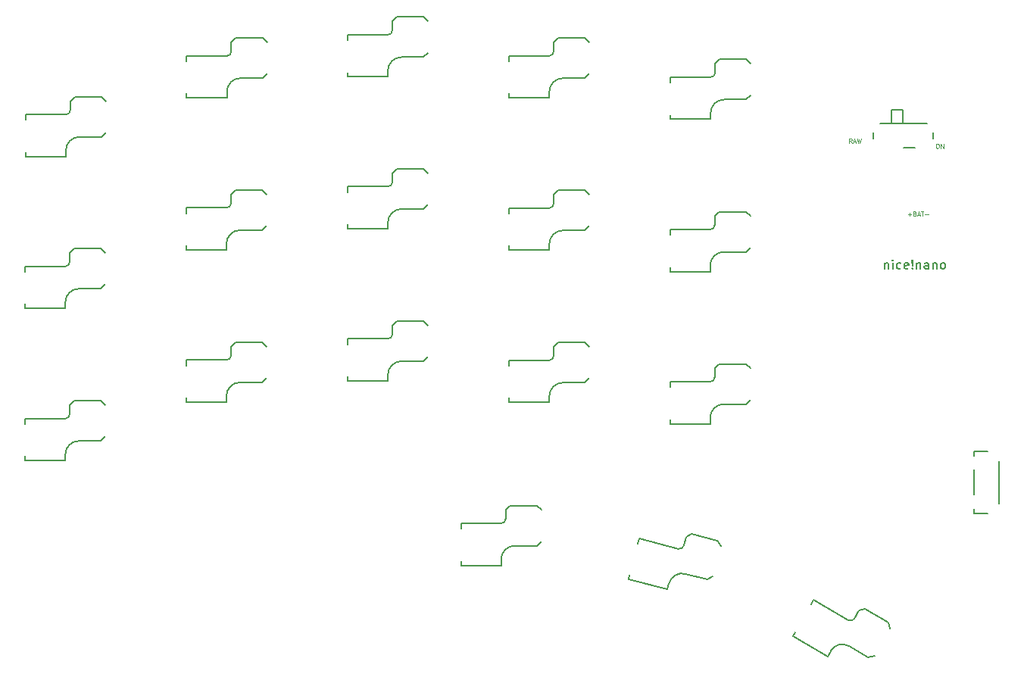
<source format=gbr>
%TF.GenerationSoftware,KiCad,Pcbnew,8.0.4*%
%TF.CreationDate,2024-09-02T16:48:55+07:00*%
%TF.ProjectId,cc36-rounded,63633336-2d72-46f7-956e-6465642e6b69,rev?*%
%TF.SameCoordinates,Original*%
%TF.FileFunction,Legend,Top*%
%TF.FilePolarity,Positive*%
%FSLAX46Y46*%
G04 Gerber Fmt 4.6, Leading zero omitted, Abs format (unit mm)*
G04 Created by KiCad (PCBNEW 8.0.4) date 2024-09-02 16:48:55*
%MOMM*%
%LPD*%
G01*
G04 APERTURE LIST*
%ADD10C,0.125000*%
%ADD11C,0.200000*%
%ADD12C,0.150000*%
%ADD13C,0.127000*%
G04 APERTURE END LIST*
D10*
X180796521Y-62624809D02*
X180891759Y-62624809D01*
X180891759Y-62624809D02*
X180939378Y-62648619D01*
X180939378Y-62648619D02*
X180986997Y-62696238D01*
X180986997Y-62696238D02*
X181010807Y-62791476D01*
X181010807Y-62791476D02*
X181010807Y-62958142D01*
X181010807Y-62958142D02*
X180986997Y-63053380D01*
X180986997Y-63053380D02*
X180939378Y-63101000D01*
X180939378Y-63101000D02*
X180891759Y-63124809D01*
X180891759Y-63124809D02*
X180796521Y-63124809D01*
X180796521Y-63124809D02*
X180748902Y-63101000D01*
X180748902Y-63101000D02*
X180701283Y-63053380D01*
X180701283Y-63053380D02*
X180677474Y-62958142D01*
X180677474Y-62958142D02*
X180677474Y-62791476D01*
X180677474Y-62791476D02*
X180701283Y-62696238D01*
X180701283Y-62696238D02*
X180748902Y-62648619D01*
X180748902Y-62648619D02*
X180796521Y-62624809D01*
X181225093Y-63124809D02*
X181225093Y-62624809D01*
X181225093Y-62624809D02*
X181510807Y-63124809D01*
X181510807Y-63124809D02*
X181510807Y-62624809D01*
X177525238Y-70544333D02*
X177906191Y-70544333D01*
X177715714Y-70734809D02*
X177715714Y-70353857D01*
X178310953Y-70472904D02*
X178382381Y-70496714D01*
X178382381Y-70496714D02*
X178406191Y-70520523D01*
X178406191Y-70520523D02*
X178430000Y-70568142D01*
X178430000Y-70568142D02*
X178430000Y-70639571D01*
X178430000Y-70639571D02*
X178406191Y-70687190D01*
X178406191Y-70687190D02*
X178382381Y-70711000D01*
X178382381Y-70711000D02*
X178334762Y-70734809D01*
X178334762Y-70734809D02*
X178144286Y-70734809D01*
X178144286Y-70734809D02*
X178144286Y-70234809D01*
X178144286Y-70234809D02*
X178310953Y-70234809D01*
X178310953Y-70234809D02*
X178358572Y-70258619D01*
X178358572Y-70258619D02*
X178382381Y-70282428D01*
X178382381Y-70282428D02*
X178406191Y-70330047D01*
X178406191Y-70330047D02*
X178406191Y-70377666D01*
X178406191Y-70377666D02*
X178382381Y-70425285D01*
X178382381Y-70425285D02*
X178358572Y-70449095D01*
X178358572Y-70449095D02*
X178310953Y-70472904D01*
X178310953Y-70472904D02*
X178144286Y-70472904D01*
X178620477Y-70591952D02*
X178858572Y-70591952D01*
X178572858Y-70734809D02*
X178739524Y-70234809D01*
X178739524Y-70234809D02*
X178906191Y-70734809D01*
X179001429Y-70234809D02*
X179287143Y-70234809D01*
X179144286Y-70734809D02*
X179144286Y-70234809D01*
X179453809Y-70544333D02*
X179834762Y-70544333D01*
D11*
X174942857Y-75965552D02*
X174942857Y-76632219D01*
X174942857Y-76060790D02*
X174990476Y-76013171D01*
X174990476Y-76013171D02*
X175085714Y-75965552D01*
X175085714Y-75965552D02*
X175228571Y-75965552D01*
X175228571Y-75965552D02*
X175323809Y-76013171D01*
X175323809Y-76013171D02*
X175371428Y-76108409D01*
X175371428Y-76108409D02*
X175371428Y-76632219D01*
X175847619Y-76632219D02*
X175847619Y-75965552D01*
X175847619Y-75632219D02*
X175800000Y-75679838D01*
X175800000Y-75679838D02*
X175847619Y-75727457D01*
X175847619Y-75727457D02*
X175895238Y-75679838D01*
X175895238Y-75679838D02*
X175847619Y-75632219D01*
X175847619Y-75632219D02*
X175847619Y-75727457D01*
X176752380Y-76584600D02*
X176657142Y-76632219D01*
X176657142Y-76632219D02*
X176466666Y-76632219D01*
X176466666Y-76632219D02*
X176371428Y-76584600D01*
X176371428Y-76584600D02*
X176323809Y-76536980D01*
X176323809Y-76536980D02*
X176276190Y-76441742D01*
X176276190Y-76441742D02*
X176276190Y-76156028D01*
X176276190Y-76156028D02*
X176323809Y-76060790D01*
X176323809Y-76060790D02*
X176371428Y-76013171D01*
X176371428Y-76013171D02*
X176466666Y-75965552D01*
X176466666Y-75965552D02*
X176657142Y-75965552D01*
X176657142Y-75965552D02*
X176752380Y-76013171D01*
X177561904Y-76584600D02*
X177466666Y-76632219D01*
X177466666Y-76632219D02*
X177276190Y-76632219D01*
X177276190Y-76632219D02*
X177180952Y-76584600D01*
X177180952Y-76584600D02*
X177133333Y-76489361D01*
X177133333Y-76489361D02*
X177133333Y-76108409D01*
X177133333Y-76108409D02*
X177180952Y-76013171D01*
X177180952Y-76013171D02*
X177276190Y-75965552D01*
X177276190Y-75965552D02*
X177466666Y-75965552D01*
X177466666Y-75965552D02*
X177561904Y-76013171D01*
X177561904Y-76013171D02*
X177609523Y-76108409D01*
X177609523Y-76108409D02*
X177609523Y-76203647D01*
X177609523Y-76203647D02*
X177133333Y-76298885D01*
X178038095Y-76536980D02*
X178085714Y-76584600D01*
X178085714Y-76584600D02*
X178038095Y-76632219D01*
X178038095Y-76632219D02*
X177990476Y-76584600D01*
X177990476Y-76584600D02*
X178038095Y-76536980D01*
X178038095Y-76536980D02*
X178038095Y-76632219D01*
X178038095Y-76251266D02*
X177990476Y-75679838D01*
X177990476Y-75679838D02*
X178038095Y-75632219D01*
X178038095Y-75632219D02*
X178085714Y-75679838D01*
X178085714Y-75679838D02*
X178038095Y-76251266D01*
X178038095Y-76251266D02*
X178038095Y-75632219D01*
X178514285Y-75965552D02*
X178514285Y-76632219D01*
X178514285Y-76060790D02*
X178561904Y-76013171D01*
X178561904Y-76013171D02*
X178657142Y-75965552D01*
X178657142Y-75965552D02*
X178799999Y-75965552D01*
X178799999Y-75965552D02*
X178895237Y-76013171D01*
X178895237Y-76013171D02*
X178942856Y-76108409D01*
X178942856Y-76108409D02*
X178942856Y-76632219D01*
X179847618Y-76632219D02*
X179847618Y-76108409D01*
X179847618Y-76108409D02*
X179799999Y-76013171D01*
X179799999Y-76013171D02*
X179704761Y-75965552D01*
X179704761Y-75965552D02*
X179514285Y-75965552D01*
X179514285Y-75965552D02*
X179419047Y-76013171D01*
X179847618Y-76584600D02*
X179752380Y-76632219D01*
X179752380Y-76632219D02*
X179514285Y-76632219D01*
X179514285Y-76632219D02*
X179419047Y-76584600D01*
X179419047Y-76584600D02*
X179371428Y-76489361D01*
X179371428Y-76489361D02*
X179371428Y-76394123D01*
X179371428Y-76394123D02*
X179419047Y-76298885D01*
X179419047Y-76298885D02*
X179514285Y-76251266D01*
X179514285Y-76251266D02*
X179752380Y-76251266D01*
X179752380Y-76251266D02*
X179847618Y-76203647D01*
X180323809Y-75965552D02*
X180323809Y-76632219D01*
X180323809Y-76060790D02*
X180371428Y-76013171D01*
X180371428Y-76013171D02*
X180466666Y-75965552D01*
X180466666Y-75965552D02*
X180609523Y-75965552D01*
X180609523Y-75965552D02*
X180704761Y-76013171D01*
X180704761Y-76013171D02*
X180752380Y-76108409D01*
X180752380Y-76108409D02*
X180752380Y-76632219D01*
X181371428Y-76632219D02*
X181276190Y-76584600D01*
X181276190Y-76584600D02*
X181228571Y-76536980D01*
X181228571Y-76536980D02*
X181180952Y-76441742D01*
X181180952Y-76441742D02*
X181180952Y-76156028D01*
X181180952Y-76156028D02*
X181228571Y-76060790D01*
X181228571Y-76060790D02*
X181276190Y-76013171D01*
X181276190Y-76013171D02*
X181371428Y-75965552D01*
X181371428Y-75965552D02*
X181514285Y-75965552D01*
X181514285Y-75965552D02*
X181609523Y-76013171D01*
X181609523Y-76013171D02*
X181657142Y-76060790D01*
X181657142Y-76060790D02*
X181704761Y-76156028D01*
X181704761Y-76156028D02*
X181704761Y-76441742D01*
X181704761Y-76441742D02*
X181657142Y-76536980D01*
X181657142Y-76536980D02*
X181609523Y-76584600D01*
X181609523Y-76584600D02*
X181514285Y-76632219D01*
X181514285Y-76632219D02*
X181371428Y-76632219D01*
D10*
X171264761Y-62534809D02*
X171098095Y-62296714D01*
X170979047Y-62534809D02*
X170979047Y-62034809D01*
X170979047Y-62034809D02*
X171169523Y-62034809D01*
X171169523Y-62034809D02*
X171217142Y-62058619D01*
X171217142Y-62058619D02*
X171240952Y-62082428D01*
X171240952Y-62082428D02*
X171264761Y-62130047D01*
X171264761Y-62130047D02*
X171264761Y-62201476D01*
X171264761Y-62201476D02*
X171240952Y-62249095D01*
X171240952Y-62249095D02*
X171217142Y-62272904D01*
X171217142Y-62272904D02*
X171169523Y-62296714D01*
X171169523Y-62296714D02*
X170979047Y-62296714D01*
X171455238Y-62391952D02*
X171693333Y-62391952D01*
X171407619Y-62534809D02*
X171574285Y-62034809D01*
X171574285Y-62034809D02*
X171740952Y-62534809D01*
X171859999Y-62034809D02*
X171979047Y-62534809D01*
X171979047Y-62534809D02*
X172074285Y-62177666D01*
X172074285Y-62177666D02*
X172169523Y-62534809D01*
X172169523Y-62534809D02*
X172288571Y-62034809D01*
D12*
%TO.C,SW12*%
X150940000Y-72240000D02*
X155440000Y-72240000D01*
X150940000Y-72840000D02*
X150940000Y-72240000D01*
X150940000Y-76940000D02*
X150940000Y-76440000D01*
X155440000Y-76240000D02*
X155440000Y-76940000D01*
X155440000Y-76940000D02*
X150940000Y-76940000D01*
X155940000Y-71740000D02*
X155940000Y-70740000D01*
X156440000Y-70240000D02*
X155940000Y-70740000D01*
X159440000Y-70240000D02*
X156440000Y-70240000D01*
X159440000Y-74740000D02*
X156940000Y-74740000D01*
X159940000Y-70740000D02*
X159440000Y-70240000D01*
X159940000Y-74240000D02*
X159440000Y-74740000D01*
X155440000Y-76240000D02*
G75*
G02*
X156940000Y-74740000I1500001J-1D01*
G01*
X155940000Y-71740000D02*
G75*
G02*
X155440000Y-72240000I-500001J1D01*
G01*
%TO.C,SW10*%
X114910000Y-67440000D02*
X119410000Y-67440000D01*
X114910000Y-68040000D02*
X114910000Y-67440000D01*
X114910000Y-72140000D02*
X114910000Y-71640000D01*
X119410000Y-71440000D02*
X119410000Y-72140000D01*
X119410000Y-72140000D02*
X114910000Y-72140000D01*
X119910000Y-66940000D02*
X119910000Y-65940000D01*
X120410000Y-65440000D02*
X119910000Y-65940000D01*
X123410000Y-65440000D02*
X120410000Y-65440000D01*
X123410000Y-69940000D02*
X120910000Y-69940000D01*
X123910000Y-65940000D02*
X123410000Y-65440000D01*
X123910000Y-69440000D02*
X123410000Y-69940000D01*
X119410000Y-71440000D02*
G75*
G02*
X120910000Y-69940000I1500001J-1D01*
G01*
X119910000Y-66940000D02*
G75*
G02*
X119410000Y-67440000I-500001J1D01*
G01*
%TO.C,SW18*%
X150940000Y-89257999D02*
X155440000Y-89258000D01*
X150940001Y-89858000D02*
X150940000Y-89257999D01*
X150940000Y-93958000D02*
X150940000Y-93458000D01*
X155440000Y-93258000D02*
X155440000Y-93958000D01*
X155440000Y-93958000D02*
X150940000Y-93958000D01*
X155940000Y-88758000D02*
X155940000Y-87758000D01*
X156440000Y-87258000D02*
X155940000Y-87758000D01*
X159440000Y-87258000D02*
X156440000Y-87258000D01*
X159440000Y-91758000D02*
X156940000Y-91758000D01*
X159940000Y-87758000D02*
X159440000Y-87258000D01*
X159940000Y-91258000D02*
X159440000Y-91758000D01*
X155440000Y-93258000D02*
G75*
G02*
X156940000Y-91758000I1500001J-1D01*
G01*
X155940000Y-88758000D02*
G75*
G02*
X155440000Y-89258000I-500001J1D01*
G01*
%TO.C,SW15*%
X96870000Y-86828000D02*
X101370000Y-86828000D01*
X96870000Y-87428000D02*
X96870000Y-86828000D01*
X96870000Y-91528000D02*
X96870000Y-91028000D01*
X101370000Y-90828000D02*
X101370000Y-91528000D01*
X101370000Y-91528000D02*
X96870000Y-91528000D01*
X101870000Y-86328000D02*
X101870000Y-85328000D01*
X102370000Y-84828000D02*
X101870000Y-85328000D01*
X105370000Y-84828000D02*
X102370000Y-84828000D01*
X105370000Y-89328000D02*
X102870000Y-89328000D01*
X105870000Y-85328000D02*
X105370000Y-84828000D01*
X105870000Y-88828000D02*
X105370000Y-89328000D01*
X101370000Y-90828000D02*
G75*
G02*
X102870000Y-89328000I1500001J-1D01*
G01*
X101870000Y-86328000D02*
G75*
G02*
X101370000Y-86828000I-500001J1D01*
G01*
%TO.C,SW21*%
X171587949Y-115708081D02*
G75*
G02*
X170904937Y-115891094I-433013J250002D01*
G01*
X168904936Y-119355195D02*
G75*
G02*
X170953975Y-118806157I1299039J-750001D01*
G01*
X173802051Y-119873144D02*
X173119038Y-120056157D01*
X175552051Y-116842055D02*
X175369038Y-116159043D01*
X173119038Y-120056157D02*
X170953975Y-118806157D01*
X175369038Y-116159043D02*
X172770962Y-114659043D01*
X172770962Y-114659043D02*
X172087949Y-114842055D01*
X171587949Y-115708081D02*
X172087949Y-114842055D01*
X168554936Y-119961413D02*
X164657822Y-117711413D01*
X168904936Y-119355195D02*
X168554936Y-119961413D01*
X164657822Y-117711413D02*
X164907822Y-117278400D01*
X166707822Y-114160709D02*
X167007822Y-113641093D01*
X167007822Y-113641093D02*
X170904937Y-115891093D01*
%TO.C,SW20*%
X147530229Y-106760565D02*
X151876896Y-107925250D01*
X147374938Y-107340120D02*
X147530229Y-106760565D01*
X146313780Y-111300416D02*
X146443189Y-110817453D01*
X150841619Y-111788955D02*
X150660446Y-112465102D01*
X150660446Y-112465102D02*
X146313780Y-111300416D01*
X152489268Y-107571697D02*
X152748087Y-106605771D01*
X153360459Y-106252218D02*
X152748087Y-106605771D01*
X156258237Y-107028675D02*
X153360459Y-106252218D01*
X155093551Y-111375341D02*
X152678738Y-110728293D01*
X156611790Y-107641046D02*
X156258237Y-107028675D01*
X155705924Y-111021788D02*
X155093551Y-111375341D01*
X150841619Y-111788955D02*
G75*
G02*
X152678738Y-110728293I1448890J-388228D01*
G01*
X152489268Y-107571697D02*
G75*
G02*
X151876896Y-107925251I-482964J129411D01*
G01*
%TO.C,SW19*%
X127570000Y-105089999D02*
X132070000Y-105090000D01*
X127570001Y-105690000D02*
X127570000Y-105089999D01*
X127570000Y-109790000D02*
X127570000Y-109290000D01*
X132070000Y-109090000D02*
X132070000Y-109790000D01*
X132070000Y-109790000D02*
X127570000Y-109790000D01*
X132570000Y-104590000D02*
X132570000Y-103590000D01*
X133070000Y-103090000D02*
X132570000Y-103590000D01*
X136070000Y-103090000D02*
X133070000Y-103090000D01*
X136070000Y-107590000D02*
X133570000Y-107590000D01*
X136570000Y-103590000D02*
X136070000Y-103090000D01*
X136570000Y-107090000D02*
X136070000Y-107590000D01*
X132070000Y-109090000D02*
G75*
G02*
X133570000Y-107590000I1500001J-1D01*
G01*
X132570000Y-104590000D02*
G75*
G02*
X132070000Y-105090000I-500001J1D01*
G01*
%TO.C,SW17*%
X132954000Y-86850000D02*
X137454000Y-86850000D01*
X132954000Y-87450000D02*
X132954000Y-86850000D01*
X132954000Y-91550000D02*
X132954000Y-91050000D01*
X137454000Y-90850000D02*
X137454000Y-91550000D01*
X137454000Y-91550000D02*
X132954000Y-91550000D01*
X137954000Y-86350000D02*
X137954000Y-85350000D01*
X138454000Y-84850000D02*
X137954000Y-85350000D01*
X141454000Y-84850000D02*
X138454000Y-84850000D01*
X141454000Y-89350000D02*
X138954000Y-89350000D01*
X141954000Y-85350000D02*
X141454000Y-84850000D01*
X141954000Y-88850000D02*
X141454000Y-89350000D01*
X137454000Y-90850000D02*
G75*
G02*
X138954000Y-89350000I1500001J-1D01*
G01*
X137954000Y-86350000D02*
G75*
G02*
X137454000Y-86850000I-500001J1D01*
G01*
%TO.C,SW16*%
X114910000Y-84458000D02*
X119410000Y-84458000D01*
X114910000Y-85058000D02*
X114910000Y-84458000D01*
X114910000Y-89158000D02*
X114910000Y-88658000D01*
X119410000Y-88458000D02*
X119410000Y-89158000D01*
X119410000Y-89158000D02*
X114910000Y-89158000D01*
X119910000Y-83958000D02*
X119910000Y-82958000D01*
X120410000Y-82458000D02*
X119910000Y-82958000D01*
X123410000Y-82458000D02*
X120410000Y-82458000D01*
X123410000Y-86958000D02*
X120910000Y-86958000D01*
X123910000Y-82958000D02*
X123410000Y-82458000D01*
X123910000Y-86458000D02*
X123410000Y-86958000D01*
X119410000Y-88458000D02*
G75*
G02*
X120910000Y-86958000I1500001J-1D01*
G01*
X119910000Y-83958000D02*
G75*
G02*
X119410000Y-84458000I-500001J1D01*
G01*
%TO.C,SW14*%
X78852000Y-93368000D02*
X83352000Y-93368000D01*
X78852000Y-93968000D02*
X78852000Y-93368000D01*
X78852000Y-98068000D02*
X78852000Y-97568000D01*
X83352000Y-97368000D02*
X83352000Y-98068000D01*
X83352000Y-98068000D02*
X78852000Y-98068000D01*
X83852000Y-92868000D02*
X83852000Y-91868000D01*
X84352000Y-91368000D02*
X83852000Y-91868000D01*
X87352000Y-91368000D02*
X84352000Y-91368000D01*
X87352000Y-95868000D02*
X84852000Y-95868000D01*
X87852000Y-91868000D02*
X87352000Y-91368000D01*
X87852000Y-95368000D02*
X87352000Y-95868000D01*
X83352000Y-97368000D02*
G75*
G02*
X84852000Y-95868000I1500001J-1D01*
G01*
X83852000Y-92868000D02*
G75*
G02*
X83352000Y-93368000I-500001J1D01*
G01*
%TO.C,SW11*%
X132954000Y-69832000D02*
X137454000Y-69832000D01*
X132954000Y-70432000D02*
X132954000Y-69832000D01*
X132954000Y-74532000D02*
X132954000Y-74032000D01*
X137454000Y-73832000D02*
X137454000Y-74532000D01*
X137454000Y-74532000D02*
X132954000Y-74532000D01*
X137954000Y-69332000D02*
X137954000Y-68332000D01*
X138454000Y-67832000D02*
X137954000Y-68332000D01*
X141454000Y-67832000D02*
X138454000Y-67832000D01*
X141454000Y-72332000D02*
X138954000Y-72332000D01*
X141954000Y-68332000D02*
X141454000Y-67832000D01*
X141954000Y-71832000D02*
X141454000Y-72332000D01*
X137454000Y-73832000D02*
G75*
G02*
X138954000Y-72332000I1500001J-1D01*
G01*
X137954000Y-69332000D02*
G75*
G02*
X137454000Y-69832000I-500001J1D01*
G01*
%TO.C,SW9*%
X96870000Y-69810000D02*
X101370000Y-69810000D01*
X96870000Y-70410000D02*
X96870000Y-69810000D01*
X96870000Y-74510000D02*
X96870000Y-74010000D01*
X101370000Y-73810000D02*
X101370000Y-74510000D01*
X101370000Y-74510000D02*
X96870000Y-74510000D01*
X101870000Y-69310000D02*
X101870000Y-68310000D01*
X102370000Y-67810000D02*
X101870000Y-68310000D01*
X105370000Y-67810000D02*
X102370000Y-67810000D01*
X105370000Y-72310000D02*
X102870000Y-72310000D01*
X105870000Y-68310000D02*
X105370000Y-67810000D01*
X105870000Y-71810000D02*
X105370000Y-72310000D01*
X101370000Y-73810000D02*
G75*
G02*
X102870000Y-72310000I1500001J-1D01*
G01*
X101870000Y-69310000D02*
G75*
G02*
X101370000Y-69810000I-500001J1D01*
G01*
%TO.C,SW8*%
X78852000Y-76350000D02*
X83352000Y-76350000D01*
X78852000Y-76950000D02*
X78852000Y-76350000D01*
X78852000Y-81050000D02*
X78852000Y-80550000D01*
X83352000Y-80350000D02*
X83352000Y-81050000D01*
X83352000Y-81050000D02*
X78852000Y-81050000D01*
X83852000Y-75850000D02*
X83852000Y-74850000D01*
X84352000Y-74350000D02*
X83852000Y-74850000D01*
X87352000Y-74350000D02*
X84352000Y-74350000D01*
X87352000Y-78850000D02*
X84852000Y-78850000D01*
X87852000Y-74850000D02*
X87352000Y-74350000D01*
X87852000Y-78350000D02*
X87352000Y-78850000D01*
X83352000Y-80350000D02*
G75*
G02*
X84852000Y-78850000I1500001J-1D01*
G01*
X83852000Y-75850000D02*
G75*
G02*
X83352000Y-76350000I-500001J1D01*
G01*
%TO.C,SW6*%
X150988000Y-55200000D02*
X155488000Y-55200000D01*
X150988000Y-55800000D02*
X150988000Y-55200000D01*
X150988000Y-59900000D02*
X150988000Y-59400000D01*
X155488000Y-59200000D02*
X155488000Y-59900000D01*
X155488000Y-59900000D02*
X150988000Y-59900000D01*
X155988000Y-54700000D02*
X155988000Y-53700000D01*
X156488000Y-53200000D02*
X155988000Y-53700000D01*
X159488000Y-53200000D02*
X156488000Y-53200000D01*
X159488000Y-57700000D02*
X156988000Y-57700000D01*
X159988000Y-53700000D02*
X159488000Y-53200000D01*
X159988000Y-57200000D02*
X159488000Y-57700000D01*
X155488000Y-59200000D02*
G75*
G02*
X156988000Y-57700000I1500001J-1D01*
G01*
X155988000Y-54700000D02*
G75*
G02*
X155488000Y-55200000I-500001J1D01*
G01*
%TO.C,SW5*%
X132954000Y-52820000D02*
X137454000Y-52820000D01*
X132954000Y-53420000D02*
X132954000Y-52820000D01*
X132954000Y-57520000D02*
X132954000Y-57020000D01*
X137454000Y-56820000D02*
X137454000Y-57520000D01*
X137454000Y-57520000D02*
X132954000Y-57520000D01*
X137954000Y-52320000D02*
X137954000Y-51320000D01*
X138454000Y-50820000D02*
X137954000Y-51320000D01*
X141454000Y-50820000D02*
X138454000Y-50820000D01*
X141454000Y-55320000D02*
X138954000Y-55320000D01*
X141954000Y-51320000D02*
X141454000Y-50820000D01*
X141954000Y-54820000D02*
X141454000Y-55320000D01*
X137454000Y-56820000D02*
G75*
G02*
X138954000Y-55320000I1500001J-1D01*
G01*
X137954000Y-52320000D02*
G75*
G02*
X137454000Y-52820000I-500001J1D01*
G01*
%TO.C,SW4*%
X114910000Y-50460000D02*
X119410000Y-50460000D01*
X114910000Y-51060000D02*
X114910000Y-50460000D01*
X114910000Y-55160000D02*
X114910000Y-54660000D01*
X119410000Y-54460000D02*
X119410000Y-55160000D01*
X119410000Y-55160000D02*
X114910000Y-55160000D01*
X119910000Y-49960000D02*
X119910000Y-48960000D01*
X120410000Y-48460000D02*
X119910000Y-48960000D01*
X123410000Y-48460000D02*
X120410000Y-48460000D01*
X123410000Y-52960000D02*
X120910000Y-52960000D01*
X123910000Y-48960000D02*
X123410000Y-48460000D01*
X123910000Y-52460000D02*
X123410000Y-52960000D01*
X119410000Y-54460000D02*
G75*
G02*
X120910000Y-52960000I1500001J-1D01*
G01*
X119910000Y-49960000D02*
G75*
G02*
X119410000Y-50460000I-500001J1D01*
G01*
%TO.C,SW3*%
X96910000Y-52820000D02*
X101410000Y-52820000D01*
X96910000Y-53420000D02*
X96910000Y-52820000D01*
X96910000Y-57520000D02*
X96910000Y-57020000D01*
X101410000Y-56820000D02*
X101410000Y-57520000D01*
X101410000Y-57520000D02*
X96910000Y-57520000D01*
X101910000Y-52320000D02*
X101910000Y-51320000D01*
X102410000Y-50820000D02*
X101910000Y-51320000D01*
X105410000Y-50820000D02*
X102410000Y-50820000D01*
X105410000Y-55320000D02*
X102910000Y-55320000D01*
X105910000Y-51320000D02*
X105410000Y-50820000D01*
X105910000Y-54820000D02*
X105410000Y-55320000D01*
X101410000Y-56820000D02*
G75*
G02*
X102910000Y-55320000I1500001J-1D01*
G01*
X101910000Y-52320000D02*
G75*
G02*
X101410000Y-52820000I-500001J1D01*
G01*
%TO.C,SW2*%
X78910000Y-59380000D02*
X83410000Y-59380000D01*
X78910000Y-59980000D02*
X78910000Y-59380000D01*
X78910000Y-64080000D02*
X78910000Y-63580000D01*
X83410000Y-63380000D02*
X83410000Y-64080000D01*
X83410000Y-64080000D02*
X78910000Y-64080000D01*
X83910000Y-58880000D02*
X83910000Y-57880000D01*
X84410000Y-57380000D02*
X83910000Y-57880000D01*
X87410000Y-57380000D02*
X84410000Y-57380000D01*
X87410000Y-61880000D02*
X84910000Y-61880000D01*
X87910000Y-57880000D02*
X87410000Y-57380000D01*
X87910000Y-61380000D02*
X87410000Y-61880000D01*
X83410000Y-63380000D02*
G75*
G02*
X84910000Y-61880000I1500001J-1D01*
G01*
X83910000Y-58880000D02*
G75*
G02*
X83410000Y-59380000I-500001J1D01*
G01*
D11*
%TO.C,SW_RST1*%
X187735000Y-102900000D02*
X187735000Y-98100000D01*
X184950000Y-104000000D02*
X186485000Y-104000000D01*
X184950000Y-103450000D02*
X184950000Y-104000000D01*
X184950000Y-101900000D02*
X184950000Y-99100000D01*
X184950000Y-97025000D02*
X184950000Y-97575000D01*
X184950000Y-97000000D02*
X186475000Y-97000000D01*
D13*
%TO.C,SW_POWER1*%
X180400000Y-62075001D02*
X180400000Y-61375001D01*
X179700000Y-60375001D02*
X177000000Y-60375001D01*
X178350000Y-63075001D02*
X177050000Y-63075001D01*
X177000000Y-60375001D02*
X175700000Y-60375001D01*
X177000000Y-58875001D02*
X177000000Y-60375001D01*
X177000000Y-58875001D02*
X175700000Y-58875001D01*
X175700000Y-60375001D02*
X174400000Y-60375001D01*
X175700000Y-58875001D02*
X175700000Y-60375001D01*
X173700000Y-61375001D02*
X173700000Y-62075001D01*
%TD*%
M02*

</source>
